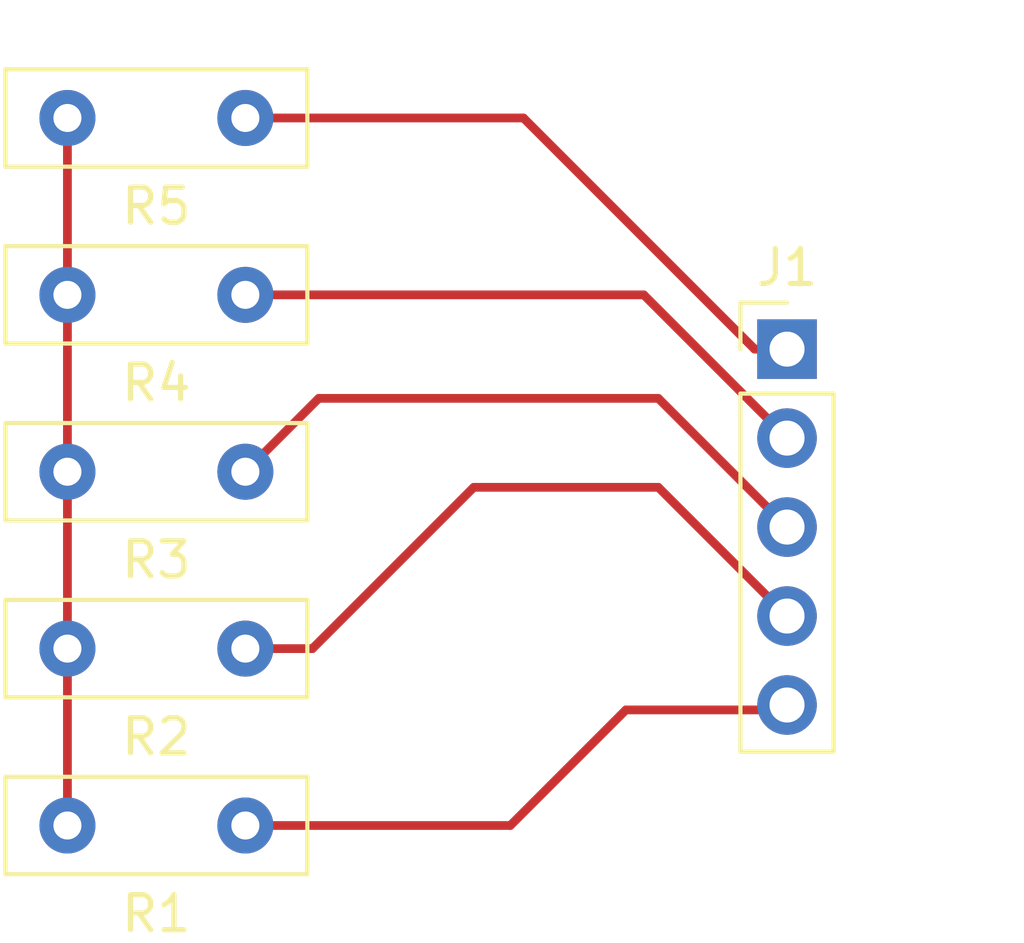
<source format=kicad_pcb>
(kicad_pcb (version 20211014) (generator pcbnew)
  (layers (0 "F.Cu" signal) (31 "B.Cu" signal) (34 "B.Paste" user) (35 "F.Paste" user) (36 "B.SilkS" user "B.Silkscreen") (37 "F.SilkS" user "F.Silkscreen") (38 "B.Mask" user) (39 "F.Mask" user) (44 "Edge.Cuts" user))
  (net 0 "")
  (net 1 "/NET5")
  (net 2 "/NET4")
  (net 3 "/NET3")
  (net 4 "/NET2")
  (net 5 "/NET1")
  (net 6 "GND")
  (footprint "Resistor_THT:R_Box_L8.4mm_W2.5mm_P5.08mm" (layer "F.Cu") (at 157.635 71.65 180)
    (fp_text reference "R4" (at 2.54 -2.52) (layer "F.SilkS"))
    (fp_text value "R")
    (fp_line (start -1.77 -1.39) (end -1.77 1.39) (layer "F.SilkS") (width 0.12))
    (fp_line (start 6.85 -1.39) (end 6.85 1.39) (layer "F.SilkS") (width 0.12))
    (fp_line (start -1.77 1.39) (end 6.85 1.39) (layer "F.SilkS") (width 0.12))
    (fp_line (start -1.77 -1.39) (end 6.85 -1.39) (layer "F.SilkS") (width 0.12))
    (pad "1" thru_hole circle (at 0 0 180) (size 1.6 1.6) (drill 0.8) (layers *.Cu *.Mask) (net 2 "/NET4"))
    (pad "2" thru_hole circle (at 5.08 0 180) (size 1.6 1.6) (drill 0.8) (layers *.Cu *.Mask) (net 6 "GND"))
  )
  (footprint "Resistor_THT:R_Box_L8.4mm_W2.5mm_P5.08mm" (layer "F.Cu") (at 157.635 76.7 180)
    (fp_text reference "R3" (at 2.54 -2.52) (layer "F.SilkS"))
    (fp_text value "R")
    (fp_line (start 6.85 -1.39) (end 6.85 1.39) (layer "F.SilkS") (width 0.12))
    (fp_line (start -1.77 -1.39) (end 6.85 -1.39) (layer "F.SilkS") (width 0.12))
    (fp_line (start -1.77 1.39) (end 6.85 1.39) (layer "F.SilkS") (width 0.12))
    (fp_line (start -1.77 -1.39) (end -1.77 1.39) (layer "F.SilkS") (width 0.12))
    (pad "1" thru_hole circle (at 0 0 180) (size 1.6 1.6) (drill 0.8) (layers *.Cu *.Mask) (net 3 "/NET3"))
    (pad "2" thru_hole circle (at 5.08 0 180) (size 1.6 1.6) (drill 0.8) (layers *.Cu *.Mask) (net 6 "GND"))
  )
  (footprint "Resistor_THT:R_Box_L8.4mm_W2.5mm_P5.08mm" (layer "F.Cu") (at 157.635 66.6 180)
    (fp_text reference "R5" (at 2.54 -2.52) (layer "F.SilkS"))
    (fp_text value "R")
    (fp_line (start -1.77 1.39) (end 6.85 1.39) (layer "F.SilkS") (width 0.12))
    (fp_line (start -1.77 -1.39) (end 6.85 -1.39) (layer "F.SilkS") (width 0.12))
    (fp_line (start -1.77 -1.39) (end -1.77 1.39) (layer "F.SilkS") (width 0.12))
    (fp_line (start 6.85 -1.39) (end 6.85 1.39) (layer "F.SilkS") (width 0.12))
    (pad "1" thru_hole circle (at 0 0 180) (size 1.6 1.6) (drill 0.8) (layers *.Cu *.Mask) (net 1 "/NET5"))
    (pad "2" thru_hole circle (at 5.08 0 180) (size 1.6 1.6) (drill 0.8) (layers *.Cu *.Mask) (net 6 "GND"))
  )
  (footprint "Resistor_THT:R_Box_L8.4mm_W2.5mm_P5.08mm" (layer "F.Cu") (at 157.635 81.75 180)
    (fp_text reference "R2" (at 2.54 -2.52) (layer "F.SilkS"))
    (fp_text value "R")
    (fp_line (start -1.77 -1.39) (end 6.85 -1.39) (layer "F.SilkS") (width 0.12))
    (fp_line (start -1.77 1.39) (end 6.85 1.39) (layer "F.SilkS") (width 0.12))
    (fp_line (start -1.77 -1.39) (end -1.77 1.39) (layer "F.SilkS") (width 0.12))
    (fp_line (start 6.85 -1.39) (end 6.85 1.39) (layer "F.SilkS") (width 0.12))
    (pad "1" thru_hole circle (at 0 0 180) (size 1.6 1.6) (drill 0.8) (layers *.Cu *.Mask) (net 4 "/NET2"))
    (pad "2" thru_hole circle (at 5.08 0 180) (size 1.6 1.6) (drill 0.8) (layers *.Cu *.Mask) (net 6 "GND"))
  )
  (footprint "Resistor_THT:R_Box_L8.4mm_W2.5mm_P5.08mm" (layer "F.Cu") (at 157.635 86.8 180)
    (fp_text reference "R1" (at 2.54 -2.52) (layer "F.SilkS"))
    (fp_text value "R")
    (fp_line (start -1.77 -1.39) (end -1.77 1.39) (layer "F.SilkS") (width 0.12))
    (fp_line (start -1.77 1.39) (end 6.85 1.39) (layer "F.SilkS") (width 0.12))
    (fp_line (start 6.85 -1.39) (end 6.85 1.39) (layer "F.SilkS") (width 0.12))
    (fp_line (start -1.77 -1.39) (end 6.85 -1.39) (layer "F.SilkS") (width 0.12))
    (pad "1" thru_hole circle (at 0 0 180) (size 1.6 1.6) (drill 0.8) (layers *.Cu *.Mask) (net 5 "/NET1"))
    (pad "2" thru_hole circle (at 5.08 0 180) (size 1.6 1.6) (drill 0.8) (layers *.Cu *.Mask) (net 6 "GND"))
  )
  (footprint "Connector_PinHeader_2.54mm:PinHeader_1x05_P2.54mm_Vertical" (layer "F.Cu") (at 173.1 73.2)
    (fp_text reference "J1" (at 0 -2.33) (layer "F.SilkS"))
    (fp_text value "Conn_01x05_Male")
    (fp_line (start -1.33 1.27) (end 1.33 1.27) (layer "F.SilkS") (width 0.12))
    (fp_line (start -1.33 11.49) (end 1.33 11.49) (layer "F.SilkS") (width 0.12))
    (fp_line (start 1.33 1.27) (end 1.33 11.49) (layer "F.SilkS") (width 0.12))
    (fp_line (start -1.33 0) (end -1.33 -1.33) (layer "F.SilkS") (width 0.12))
    (fp_line (start -1.33 1.27) (end -1.33 11.49) (layer "F.SilkS") (width 0.12))
    (fp_line (start -1.33 -1.33) (end 0 -1.33) (layer "F.SilkS") (width 0.12))
    (pad "1" thru_hole rect (at 0 0) (size 1.7 1.7) (drill 1) (layers *.Cu *.Mask) (net 1 "/NET5"))
    (pad "2" thru_hole oval (at 0 2.54) (size 1.7 1.7) (drill 1) (layers *.Cu *.Mask) (net 2 "/NET4"))
    (pad "3" thru_hole oval (at 0 5.08) (size 1.7 1.7) (drill 1) (layers *.Cu *.Mask) (net 3 "/NET3"))
    (pad "4" thru_hole oval (at 0 7.62) (size 1.7 1.7) (drill 1) (layers *.Cu *.Mask) (net 4 "/NET2"))
    (pad "5" thru_hole oval (at 0 10.16) (size 1.7 1.7) (drill 1) (layers *.Cu *.Mask) (net 5 "/NET1"))
  )
  (segment (start 172.175 73.2) (end 173.1 73.2) (width 0.25) (layer "F.Cu") (net 1))
  (segment (start 157.635 66.6) (end 165.575 66.6) (width 0.25) (layer "F.Cu") (net 1))
  (segment (start 165.575 66.6) (end 172.175 73.2) (width 0.25) (layer "F.Cu") (net 1))
  (segment (start 157.635 71.65) (end 169.01 71.65) (width 0.25) (layer "F.Cu") (net 2))
  (segment (start 169.01 71.65) (end 173.1 75.74) (width 0.25) (layer "F.Cu") (net 2))
  (segment (start 173.1 78.28) (end 169.425 74.605) (width 0.25) (layer "F.Cu") (net 3))
  (segment (start 169.425 74.605) (end 159.73 74.605) (width 0.25) (layer "F.Cu") (net 3))
  (segment (start 159.73 74.605) (end 157.635 76.7) (width 0.25) (layer "F.Cu") (net 3))
  (segment (start 157.635 81.75) (end 159.55 81.75) (width 0.25) (layer "F.Cu") (net 4))
  (segment (start 169.425 77.145) (end 173.1 80.82) (width 0.25) (layer "F.Cu") (net 4))
  (segment (start 164.155 77.145) (end 169.425 77.145) (width 0.25) (layer "F.Cu") (net 4))
  (segment (start 159.55 81.75) (end 164.155 77.145) (width 0.25) (layer "F.Cu") (net 4))
  (segment (start 157.635 86.8) (end 165.2 86.8) (width 0.25) (layer "F.Cu") (net 5))
  (segment (start 172.96 83.5) (end 173.1 83.36) (width 0.25) (layer "F.Cu") (net 5))
  (segment (start 168.5 83.5) (end 172.96 83.5) (width 0.25) (layer "F.Cu") (net 5))
  (segment (start 165.2 86.8) (end 168.5 83.5) (width 0.25) (layer "F.Cu") (net 5))
  (segment (start 152.555 66.6) (end 152.555 86.8) (width 0.25) (layer "F.Cu") (net 6))
)
</source>
